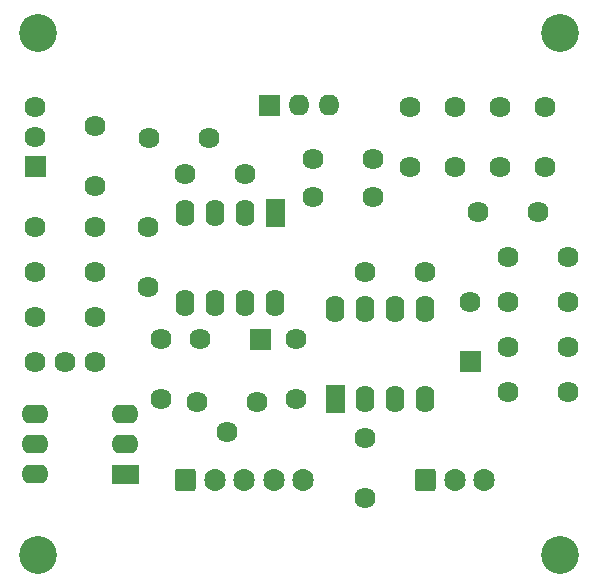
<source format=gbr>
G04 #@! TF.GenerationSoftware,KiCad,Pcbnew,(5.1.9)-1*
G04 #@! TF.CreationDate,2021-05-04T10:01:55+09:00*
G04 #@! TF.ProjectId,ipm165,69706d31-3635-42e6-9b69-6361645f7063,0*
G04 #@! TF.SameCoordinates,Original*
G04 #@! TF.FileFunction,Soldermask,Top*
G04 #@! TF.FilePolarity,Negative*
%FSLAX46Y46*%
G04 Gerber Fmt 4.6, Leading zero omitted, Abs format (unit mm)*
G04 Created by KiCad (PCBNEW (5.1.9)-1) date 2021-05-04 10:01:55*
%MOMM*%
%LPD*%
G01*
G04 APERTURE LIST*
%ADD10C,3.205080*%
%ADD11C,3.205081*%
%ADD12C,1.783080*%
%ADD13O,1.605080X2.305080*%
%ADD14O,2.305080X1.605080*%
%ADD15O,1.783080X1.783080*%
%ADD16O,1.783080X1.935480*%
G04 APERTURE END LIST*
D10*
X26162000Y-23622000D03*
X70358000Y-23622000D03*
D11*
X70358000Y-67818000D03*
D10*
X26162000Y-67818000D03*
D12*
X43688000Y-35560000D03*
X38608000Y-35560000D03*
X36576000Y-54610000D03*
X36576000Y-49530000D03*
D13*
X46228000Y-46482000D03*
X43688000Y-46482000D03*
X41148000Y-46482000D03*
X38608000Y-46482000D03*
X38608000Y-38862000D03*
X41148000Y-38862000D03*
X43688000Y-38862000D03*
G36*
G01*
X45428000Y-37709460D02*
X47028000Y-37709460D01*
G75*
G02*
X47030540Y-37712000I0J-2540D01*
G01*
X47030540Y-40012000D01*
G75*
G02*
X47028000Y-40014540I-2540J0D01*
G01*
X45428000Y-40014540D01*
G75*
G02*
X45425460Y-40012000I0J2540D01*
G01*
X45425460Y-37712000D01*
G75*
G02*
X45428000Y-37709460I2540J0D01*
G01*
G37*
D12*
X25908000Y-47625000D03*
X30988000Y-47625000D03*
D14*
X33528000Y-58420000D03*
X25908000Y-55880000D03*
X25908000Y-58420000D03*
X25908000Y-60960000D03*
G36*
G01*
X34680540Y-60160000D02*
X34680540Y-61760000D01*
G75*
G02*
X34678000Y-61762540I-2540J0D01*
G01*
X32378000Y-61762540D01*
G75*
G02*
X32375460Y-61760000I0J2540D01*
G01*
X32375460Y-60160000D01*
G75*
G02*
X32378000Y-60157460I2540J0D01*
G01*
X34678000Y-60157460D01*
G75*
G02*
X34680540Y-60160000I0J-2540D01*
G01*
G37*
X33528000Y-55880000D03*
D13*
X51308000Y-46990000D03*
X53848000Y-46990000D03*
X56388000Y-46990000D03*
X58928000Y-46990000D03*
X58928000Y-54610000D03*
X56388000Y-54610000D03*
X53848000Y-54610000D03*
G36*
G01*
X52108000Y-55762540D02*
X50508000Y-55762540D01*
G75*
G02*
X50505460Y-55760000I0J2540D01*
G01*
X50505460Y-53460000D01*
G75*
G02*
X50508000Y-53457460I2540J0D01*
G01*
X52108000Y-53457460D01*
G75*
G02*
X52110540Y-53460000I0J-2540D01*
G01*
X52110540Y-55760000D01*
G75*
G02*
X52108000Y-55762540I-2540J0D01*
G01*
G37*
D12*
X35560000Y-32512000D03*
X40640000Y-32512000D03*
X54483000Y-37465000D03*
X49403000Y-37465000D03*
X57658000Y-34925000D03*
X57658000Y-29845000D03*
X65278000Y-34925000D03*
X65278000Y-29845000D03*
X70993000Y-53975000D03*
X65913000Y-53975000D03*
X70993000Y-46355000D03*
X65913000Y-46355000D03*
G36*
G01*
X44066460Y-50419000D02*
X44066460Y-48641000D01*
G75*
G02*
X44069000Y-48638460I2540J0D01*
G01*
X45847000Y-48638460D01*
G75*
G02*
X45849540Y-48641000I0J-2540D01*
G01*
X45849540Y-50419000D01*
G75*
G02*
X45847000Y-50421540I-2540J0D01*
G01*
X44069000Y-50421540D01*
G75*
G02*
X44066460Y-50419000I0J2540D01*
G01*
G37*
X39878000Y-49530000D03*
G36*
G01*
X61849000Y-50543460D02*
X63627000Y-50543460D01*
G75*
G02*
X63629540Y-50546000I0J-2540D01*
G01*
X63629540Y-52324000D01*
G75*
G02*
X63627000Y-52326540I-2540J0D01*
G01*
X61849000Y-52326540D01*
G75*
G02*
X61846460Y-52324000I0J2540D01*
G01*
X61846460Y-50546000D01*
G75*
G02*
X61849000Y-50543460I2540J0D01*
G01*
G37*
X62738000Y-46355000D03*
X30988000Y-36576000D03*
X30988000Y-31496000D03*
X30988000Y-40005000D03*
X25908000Y-40005000D03*
X25908000Y-43815000D03*
X30988000Y-43815000D03*
X35433000Y-40005000D03*
X35433000Y-45085000D03*
X54483000Y-34290000D03*
X49403000Y-34290000D03*
X61468000Y-34925000D03*
X61468000Y-29845000D03*
X69088000Y-34925000D03*
X69088000Y-29845000D03*
X68453000Y-38735000D03*
X63373000Y-38735000D03*
X70993000Y-50165000D03*
X65913000Y-50165000D03*
X48006000Y-49530000D03*
X48006000Y-54610000D03*
X53848000Y-57912000D03*
X53848000Y-62992000D03*
X53848000Y-43815000D03*
X58928000Y-43815000D03*
X65913000Y-42545000D03*
X70993000Y-42545000D03*
X30988000Y-51435000D03*
X28448000Y-51435000D03*
X25908000Y-51435000D03*
D15*
X50800000Y-29718000D03*
X48260000Y-29718000D03*
G36*
G01*
X46609000Y-30609540D02*
X44831000Y-30609540D01*
G75*
G02*
X44828460Y-30607000I0J2540D01*
G01*
X44828460Y-28829000D01*
G75*
G02*
X44831000Y-28826460I2540J0D01*
G01*
X46609000Y-28826460D01*
G75*
G02*
X46611540Y-28829000I0J-2540D01*
G01*
X46611540Y-30607000D01*
G75*
G02*
X46609000Y-30609540I-2540J0D01*
G01*
G37*
D16*
X48608000Y-61468000D03*
X46108000Y-61468000D03*
X43608000Y-61468000D03*
X41108000Y-61468000D03*
G36*
G01*
X37716460Y-62173634D02*
X37716460Y-60762366D01*
G75*
G02*
X37978566Y-60500260I262106J0D01*
G01*
X39237434Y-60500260D01*
G75*
G02*
X39499540Y-60762366I0J-262106D01*
G01*
X39499540Y-62173634D01*
G75*
G02*
X39237434Y-62435740I-262106J0D01*
G01*
X37978566Y-62435740D01*
G75*
G02*
X37716460Y-62173634I0J262106D01*
G01*
G37*
G36*
G01*
X26799540Y-34036000D02*
X26799540Y-35814000D01*
G75*
G02*
X26797000Y-35816540I-2540J0D01*
G01*
X25019000Y-35816540D01*
G75*
G02*
X25016460Y-35814000I0J2540D01*
G01*
X25016460Y-34036000D01*
G75*
G02*
X25019000Y-34033460I2540J0D01*
G01*
X26797000Y-34033460D01*
G75*
G02*
X26799540Y-34036000I0J-2540D01*
G01*
G37*
D12*
X25908000Y-29845000D03*
X25908000Y-32385000D03*
D16*
X63928000Y-61468000D03*
X61428000Y-61468000D03*
G36*
G01*
X58036460Y-62173634D02*
X58036460Y-60762366D01*
G75*
G02*
X58298566Y-60500260I262106J0D01*
G01*
X59557434Y-60500260D01*
G75*
G02*
X59819540Y-60762366I0J-262106D01*
G01*
X59819540Y-62173634D01*
G75*
G02*
X59557434Y-62435740I-262106J0D01*
G01*
X58298566Y-62435740D01*
G75*
G02*
X58036460Y-62173634I0J262106D01*
G01*
G37*
D12*
X39624000Y-54864000D03*
X42164000Y-57404000D03*
X44704000Y-54864000D03*
M02*

</source>
